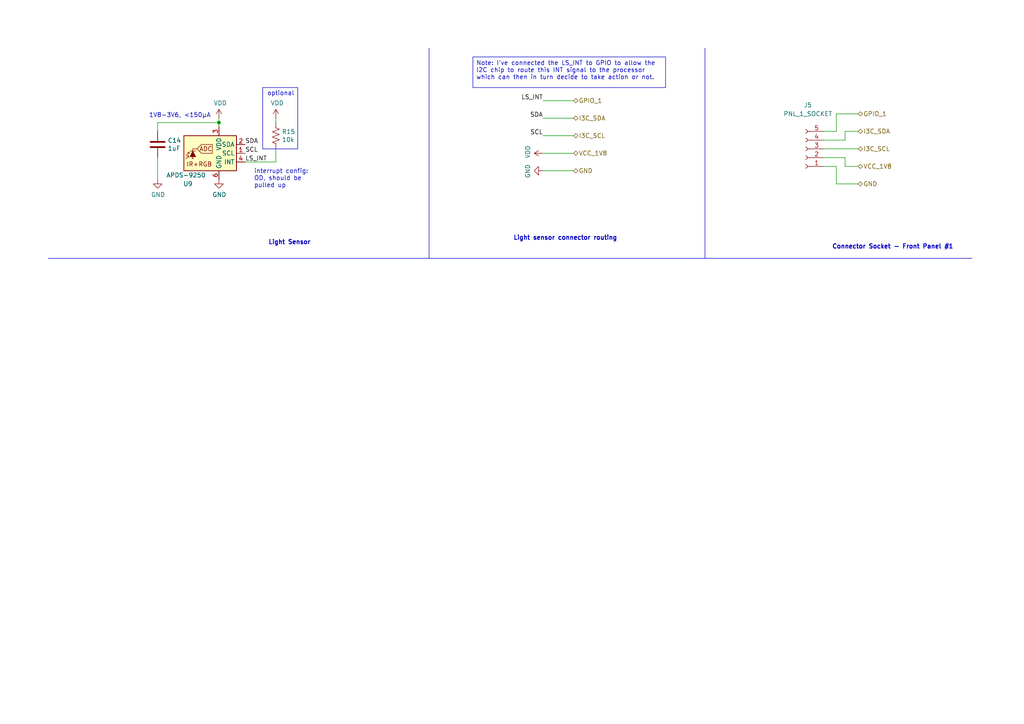
<source format=kicad_sch>
(kicad_sch (version 20230121) (generator eeschema)
  (paper "A4")
  (title_block (title "Front Light Sensor Panel V1") (rev "1.0.0") (company "The Herald Project") (comment 1 "Copyright 2021-2023 All Rights Reserved") (comment 2 "Licensed under CERN OHL-P-V2"))
  (lib_symbols
    (symbol "Connector:Conn_01x05_Socket" (pin_names (offset 1.016) hide)
      (property "Reference" "J" (at 0 7.62 0))
      (property "Value" "Conn_01x05_Socket" (at 0 -7.62 0))
      (symbol "Conn_01x05_Socket_1_1"
        (arc (start 0 -4.572) (mid -0.5058 -5.08) (end 0 -5.588) (stroke (width 0.1524)))
        (arc (start 0 -2.032) (mid -0.5058 -2.54) (end 0 -3.048) (stroke (width 0.1524)))
        (polyline (pts (xy -1.27 -5.08) (xy -0.508 -5.08)) (stroke (width 0.1524)))
        (polyline (pts (xy -1.27 -2.54) (xy -0.508 -2.54)) (stroke (width 0.1524)))
        (polyline (pts (xy -1.27 0) (xy -0.508 0)) (stroke (width 0.1524)))
        (polyline (pts (xy -1.27 2.54) (xy -0.508 2.54)) (stroke (width 0.1524)))
        (polyline (pts (xy -1.27 5.08) (xy -0.508 5.08)) (stroke (width 0.1524)))
        (arc (start 0 0.508) (mid -0.5058 0) (end 0 -0.508) (stroke (width 0.1524)))
        (arc (start 0 3.048) (mid -0.5058 2.54) (end 0 2.032) (stroke (width 0.1524)))
        (arc (start 0 5.588) (mid -0.5058 5.08) (end 0 4.572) (stroke (width 0.1524)))
        (pin passive line (at -5.08 5.08 0) (length 3.81) (name "Pin_1") (number "1"))
        (pin passive line (at -5.08 2.54 0) (length 3.81) (name "Pin_2") (number "2"))
        (pin passive line (at -5.08 0 0) (length 3.81) (name "Pin_3") (number "3"))
        (pin passive line (at -5.08 -2.54 0) (length 3.81) (name "Pin_4") (number "4"))
        (pin passive line (at -5.08 -5.08 0) (length 3.81) (name "Pin_5") (number "5"))
      )
    )
    (symbol "Device:C" (pin_numbers hide) (pin_names (offset 0.254))
      (property "Reference" "C" (at 0.635 2.54 0))
      (property "Value" "C" (at 0.635 -2.54 0))
      (symbol "C_0_1"
        (polyline (pts (xy -2.032 -0.762) (xy 2.032 -0.762)) (stroke (width 0.508)))
        (polyline (pts (xy -2.032 0.762) (xy 2.032 0.762)) (stroke (width 0.508)))
      )
      (symbol "C_1_1"
        (pin passive line (at 0 3.81 270) (length 2.794) (name "~") (number "1"))
        (pin passive line (at 0 -3.81 90) (length 2.794) (name "~") (number "2"))
      )
    )
    (symbol "Device:R_US" (pin_numbers hide) (pin_names (offset 0))
      (property "Reference" "R" (at 2.54 0 90))
      (property "Value" "R_US" (at -2.54 0 90))
      (symbol "R_US_0_1"
        (polyline (pts (xy 0 -2.286) (xy 0 -2.54)))
        (polyline (pts (xy 0 2.286) (xy 0 2.54)))
        (polyline (pts (xy 0 -0.762) (xy 1.016 -1.143) (xy 0 -1.524) (xy -1.016 -1.905) (xy 0 -2.286)))
        (polyline (pts (xy 0 0.762) (xy 1.016 0.381) (xy 0 0) (xy -1.016 -0.381) (xy 0 -0.762)))
        (polyline (pts (xy 0 2.286) (xy 1.016 1.905) (xy 0 1.524) (xy -1.016 1.143) (xy 0 0.762)))
      )
      (symbol "R_US_1_1"
        (pin passive line (at 0 3.81 270) (length 1.27) (name "~") (number "1"))
        (pin passive line (at 0 -3.81 90) (length 1.27) (name "~") (number "2"))
      )
    )
    (symbol "Herald_Extras:APDS-9250"
      (property "Reference" "U" (at -6.35 6.35 0))
      (property "Value" "APDS-9250" (at 3.81 6.35 0))
      (symbol "APDS-9250_0_0"
        (polyline (pts (xy -3.81 1.27) (xy -2.54 2.54) (xy 0.635 2.54) (xy 0.635 0) (xy -2.54 0) (xy -3.81 1.27)))
        (text "ADC" (at -1.27 1.27 0) (effects (font (size 1.27 1.27))))
        (text "IR+RGB" (at -3.175 -3.175 0) (effects (font (size 1.27 1.27))))
      )
      (symbol "APDS-9250_0_1"
        (rectangle (start -7.62 5.08) (end 7.62 -5.08) (stroke (width 0.254)) (fill (type background)))
      )
      (symbol "APDS-9250_1_0"
        (polyline (pts (xy -5.08 -1.524) (xy -5.08 1.27) (xy -3.81 1.27)))
      )
      (symbol "APDS-9250_1_1"
        (polyline (pts (xy -6.223 -0.762) (xy -7.112 -1.651)))
        (polyline (pts (xy -6.223 -0.762) (xy -6.731 -0.762)))
        (polyline (pts (xy -6.223 -0.762) (xy -6.223 -1.27)))
        (polyline (pts (xy -6.096 0.254) (xy -6.985 -0.635)))
        (polyline (pts (xy -6.096 0.254) (xy -6.604 0.254)))
        (polyline (pts (xy -6.096 0.254) (xy -6.096 -0.254)))
        (polyline (pts (xy -5.842 0.635) (xy -4.191 0.635)))
        (polyline (pts (xy -4.826 -1.524) (xy -5.334 -1.524)))
        (polyline (pts (xy -5.842 -1.016) (xy -4.191 -1.016) (xy -5.08 0.635) (xy -5.842 -1.016)) (fill (type outline)))
        (pin input line (at 10.16 0 180) (length 2.54) (name "SCL") (number "1"))
        (pin bidirectional line (at 10.16 2.54 180) (length 2.54) (name "SDA") (number "2"))
        (pin power_in line (at 2.54 7.62 270) (length 2.54) (name "VDD") (number "3"))
        (pin open_collector line (at 10.16 -2.54 180) (length 2.54) (name "INT") (number "4"))
        (pin no_connect line (at -7.62 2.54 0) (length 2.54) hide (name "NC") (number "5"))
        (pin power_in line (at 2.54 -7.62 90) (length 2.54) (name "GND") (number "6"))
      )
    )
    (symbol "power:GND" (power) (pin_names (offset 0))
      (property "Value" "GND" (at 0 -3.81 0))
      (symbol "GND_0_1"
        (polyline (pts (xy 0 0) (xy 0 -1.27) (xy 1.27 -1.27) (xy 0 -2.54) (xy -1.27 -1.27) (xy 0 -1.27)))
      )
      (symbol "GND_1_1"
        (pin power_in line (at 0 0 270) (length 0) hide (name "GND") (number "1"))
      )
    )
    (symbol "power:VDD" (power) (pin_names (offset 0))
      (property "Value" "VDD" (at 0 3.81 0))
      (symbol "VDD_0_1"
        (polyline (pts (xy -0.762 1.27) (xy 0 2.54)))
        (polyline (pts (xy 0 0) (xy 0 2.54)))
        (polyline (pts (xy 0 2.54) (xy 0.762 1.27)))
      )
      (symbol "VDD_1_1"
        (pin power_in line (at 0 0 90) (length 0) hide (name "VDD") (number "1"))
      )
    )
  )
  (junction (at 63.5 35.56))
  (wire (pts (xy 238.76 45.72) (xy 245.11 45.72)))
  (wire (pts (xy 63.5 35.56) (xy 63.5 34.29)))
  (wire (pts (xy 80.01 46.99) (xy 80.01 43.18)))
  (wire (pts (xy 71.12 46.99) (xy 80.01 46.99)))
  (wire (pts (xy 157.48 49.53) (xy 166.37 49.53)))
  (wire (pts (xy 157.48 29.21) (xy 166.37 29.21)))
  (polyline (pts (xy 76.2 25.4) (xy 76.2 43.18)))
  (wire (pts (xy 248.92 48.26) (xy 245.11 48.26)))
  (polyline (pts (xy 13.97 74.93) (xy 281.94 74.93)))
  (wire (pts (xy 242.57 33.02) (xy 242.57 38.1)))
  (wire (pts (xy 80.01 34.29) (xy 80.01 35.56)))
  (wire (pts (xy 63.5 35.56) (xy 45.72 35.56)))
  (wire (pts (xy 238.76 48.26) (xy 242.57 48.26)))
  (wire (pts (xy 238.76 38.1) (xy 242.57 38.1)))
  (wire (pts (xy 45.72 35.56) (xy 45.72 38.1)))
  (wire (pts (xy 238.76 43.18) (xy 248.92 43.18)))
  (polyline (pts (xy 86.36 25.4) (xy 76.2 25.4)))
  (wire (pts (xy 248.92 53.34) (xy 242.57 53.34)))
  (polyline (pts (xy 124.46 13.97) (xy 124.46 74.93)))
  (wire (pts (xy 157.48 39.37) (xy 166.37 39.37)))
  (wire (pts (xy 245.11 38.1) (xy 245.11 40.64)))
  (polyline (pts (xy 86.36 43.18) (xy 86.36 25.4)))
  (wire (pts (xy 63.5 36.83) (xy 63.5 35.56)))
  (wire (pts (xy 248.92 33.02) (xy 242.57 33.02)))
  (polyline (pts (xy 76.2 43.18) (xy 86.36 43.18)))
  (wire (pts (xy 157.48 44.45) (xy 166.37 44.45)))
  (wire (pts (xy 157.48 34.29) (xy 166.37 34.29)))
  (wire (pts (xy 242.57 53.34) (xy 242.57 48.26)))
  (wire (pts (xy 45.72 52.07) (xy 45.72 45.72)))
  (wire (pts (xy 245.11 48.26) (xy 245.11 45.72)))
  (wire (pts (xy 248.92 38.1) (xy 245.11 38.1)))
  (polyline (pts (xy 204.47 13.97) (xy 204.47 74.93)))
  (wire (pts (xy 238.76 40.64) (xy 245.11 40.64)))
  (text_box "Note: I've connected the LS_INT to GPIO to allow the I2C chip to route this INT signal to the processor which can then in turn decide to take action or not." (at 137.16 16.51 0) (size 55.88 8.89) (effects (font (size 1.27 1.27)) (justify left top)))
  (text "optional" (at 77.47 27.94 0) (effects (font (size 1.27 1.27)) (justify left bottom)))
  (text "Light Sensor" (at 90.17 71.12 0) (effects (font (size 1.27 1.27) (thickness 0.254) bold) (justify right bottom)))
  (text "Light sensor connector routing" (at 179.07 69.85 0) (effects (font (size 1.27 1.27) (thickness 0.254) bold) (justify right bottom)))
  (text "interrupt config:\nOD, should be\npulled up" (at 73.66 54.61 0) (effects (font (size 1.27 1.27)) (justify left bottom)))
  (text "Connector Socket - Front Panel #1" (at 241.3 72.39 0) (effects (font (size 1.27 1.27) (thickness 0.254) bold) (justify left bottom)))
  (text "1V8-3V6, <150µA" (at 43.18 34.29 0) (effects (font (size 1.27 1.27)) (justify left bottom)))
  (label "SCL" (at 157.48 39.37 180))
  (label "SCL" (at 71.12 44.45 0))
  (label "LS_INT" (at 71.12 46.99 0))
  (label "SDA" (at 157.48 34.29 180))
  (label "LS_INT" (at 157.48 29.21 180))
  (label "SDA" (at 71.12 41.91 0))
  (hierarchical_label "GPIO_1" (shape bidirectional) (at 166.37 29.21 0))
  (hierarchical_label "I3C_SDA" (shape bidirectional) (at 248.92 38.1 0))
  (hierarchical_label "VCC_1V8" (shape bidirectional) (at 166.37 44.45 0))
  (hierarchical_label "GND" (shape bidirectional) (at 248.92 53.34 0))
  (hierarchical_label "I3C_SCL" (shape bidirectional) (at 166.37 39.37 0))
  (hierarchical_label "GPIO_1" (shape bidirectional) (at 248.92 33.02 0))
  (hierarchical_label "I3C_SDA" (shape bidirectional) (at 166.37 34.29 0))
  (hierarchical_label "VCC_1V8" (shape bidirectional) (at 248.92 48.26 0))
  (hierarchical_label "I3C_SCL" (shape bidirectional) (at 248.92 43.18 0))
  (hierarchical_label "GND" (shape bidirectional) (at 166.37 49.53 0))
  (symbol (lib_id "power:VDD") (at 63.5 34.29 0) (unit 1)
    (property "Reference" "#PWR054" (effects hide))
    (property "Value" "VDD" (at 63.881 29.8958 0))
    (instances (project "wearable-v2" (path "" (reference "#PWR054") (unit 1))) (project "wearable" (path "" (reference "#PWR020") (unit 1))))
  )
  (symbol (lib_id "power:GND") (at 157.48 49.53 270) (unit 1)
    (property "Reference" "#PWR058" (effects hide))
    (property "Value" "GND" (at 153.0858 49.657 0))
    (instances (project "wearable-v2" (path "" (reference "#PWR058") (unit 1))) (project "wearable" (path "" (reference "#PWR021") (unit 1))))
  )
  (symbol (lib_id "power:VDD") (at 157.48 44.45 90) (unit 1)
    (property "Reference" "#PWR057" (effects hide))
    (property "Value" "VDD" (at 153.0858 44.069 0))
    (instances (project "wearable-v2" (path "" (reference "#PWR057") (unit 1))) (project "wearable" (path "" (reference "#PWR020") (unit 1))))
  )
  (symbol (lib_id "Connector:Conn_01x05_Socket") (at 233.68 43.18 180) (unit 1)
    (property "Reference" "J5" (at 234.315 30.48 0))
    (property "Value" "PNL_1_SOCKET" (at 234.315 33.02 0))
    (instances (project "wearable-v2" (path "" (reference "J5") (unit 1)) (path "" (reference "J10") (unit 1))))
  )
  (symbol (lib_id "Device:R_US") (at 80.01 39.37 0) (unit 1)
    (property "Reference" "R15" (at 81.7372 38.2016 0) (effects (justify left)))
    (property "Value" "10k" (at 81.7372 40.513 0) (effects (justify left)))
    (property "Footprint" "Resistor_SMD:R_0402_1005Metric" (effects hide))
    (property "Description" "Resistor, 1%, 50mW" (effects hide))
    (property "MPN" "CRCW040210K0FKEDC" (effects hide))
    (instances (project "wearable-v2" (path "" (reference "R15") (unit 1))) (project "wearable" (path "" (reference "R51") (unit 1))))
  )
  (symbol (lib_id "power:VDD") (at 80.01 34.29 0) (unit 1)
    (property "Reference" "#PWR056" (effects hide))
    (property "Value" "VDD" (at 80.391 29.8958 0))
    (instances (project "wearable-v2" (path "" (reference "#PWR056") (unit 1))) (project "wearable" (path "" (reference "#PWR025") (unit 1))))
  )
  (symbol (lib_id "power:GND") (at 45.72 52.07 0) (unit 1)
    (property "Reference" "#PWR053" (effects hide))
    (property "Value" "GND" (at 45.847 56.4642 0))
    (instances (project "wearable-v2" (path "" (reference "#PWR053") (unit 1))) (project "wearable" (path "" (reference "#PWR019") (unit 1))))
  )
  (symbol (lib_id "Device:C") (at 45.72 41.91 0) (unit 1)
    (property "Reference" "C14" (at 48.641 40.7416 0) (effects (justify left)))
    (property "Value" "1uF" (at 48.641 43.053 0) (effects (justify left)))
    (property "Footprint" "Capacitor_SMD:C_0402_1005Metric" (effects hide))
    (property "Description" "Capacitor, X5R 20% 10V" (effects hide))
    (property "MPN" "GRM155R61C105KA12D" (effects hide))
    (instances (project "wearable-v2" (path "" (reference "C14") (unit 1))) (project "wearable" (path "" (reference "C51") (unit 1))))
  )
  (symbol (lib_id "power:GND") (at 63.5 52.07 0) (unit 1)
    (property "Reference" "#PWR055" (effects hide))
    (property "Value" "GND" (at 63.627 56.4642 0))
    (instances (project "wearable-v2" (path "" (reference "#PWR055") (unit 1))) (project "wearable" (path "" (reference "#PWR021") (unit 1))))
  )
  (symbol (lib_id "Herald_Extras:APDS-9250") (at 60.96 44.45 0) (unit 1)
    (property "Reference" "U9" (at 55.88 53.34 0) (effects (justify right)))
    (property "Value" "APDS-9250" (at 59.69 50.8 0) (effects (justify right)))
    (property "Footprint" "OptoDevice:Broadcom_DFN-6_2x2mm_P0.65mm" (effects hide))
    (property "Datasheet" "https://docs.broadcom.com/doc/AV02-4733EN" (effects hide))
    (property "Description" "Light sensor" (effects hide))
    (property "MPN" "APDS-9250" (effects hide))
    (instances (project "wearable-v2" (path "" (reference "U9") (unit 1))) (project "wearable" (path "" (reference "U5") (unit 1))))
  )
)
</source>
